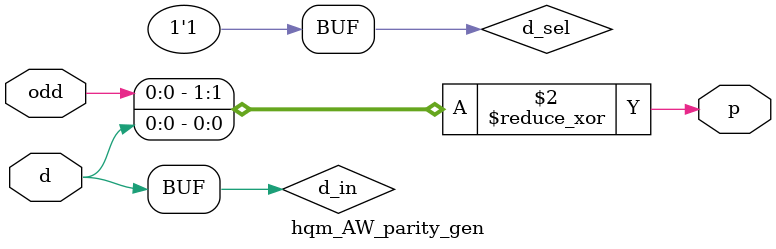
<source format=sv>

module hqm_AW_parity_gen
 #(

	 parameter WIDTH	= 1
) (
	 input	logic	[WIDTH-1:0]	d
	,input	logic			odd

	,output	logic			p
);

//-----------------------------------------------------------------------------------------------------

// Go through some contortions to handle Xs in the input data gracefully (for simulation only!)
// if the +NO_PAR_X_CORRECT plusarg is not specified.

logic	[WIDTH-1:0]	d_in;
logic			d_sel;

`ifdef INTEL_INST_ON

 logic	[WIDTH-1:0]	d_x;

 always_comb begin: b_d_x

  for (int i=0; i<WIDTH; i=i+1) begin
  `ifndef INTEL_SVA_OFF
   d_x[i] = ($isunknown(d[i])) ? i[0] : d[i];
  `else
   d_x[i] = d[i];
  `endif
  end
 end

`endif

assign d_sel = 1'b1 
`ifdef INTEL_INST_ON
        & ~$test$plusargs("NO_PAR_X_CORRECT")
`endif
;

always_comb begin
 case (d_sel)
`ifdef INTEL_INST_ON
  1'b1:    d_in = d_x;  
`endif
  default: d_in = d;
 endcase
end

assign p = ^{odd,d_in};

endmodule // AW_parity_gen


</source>
